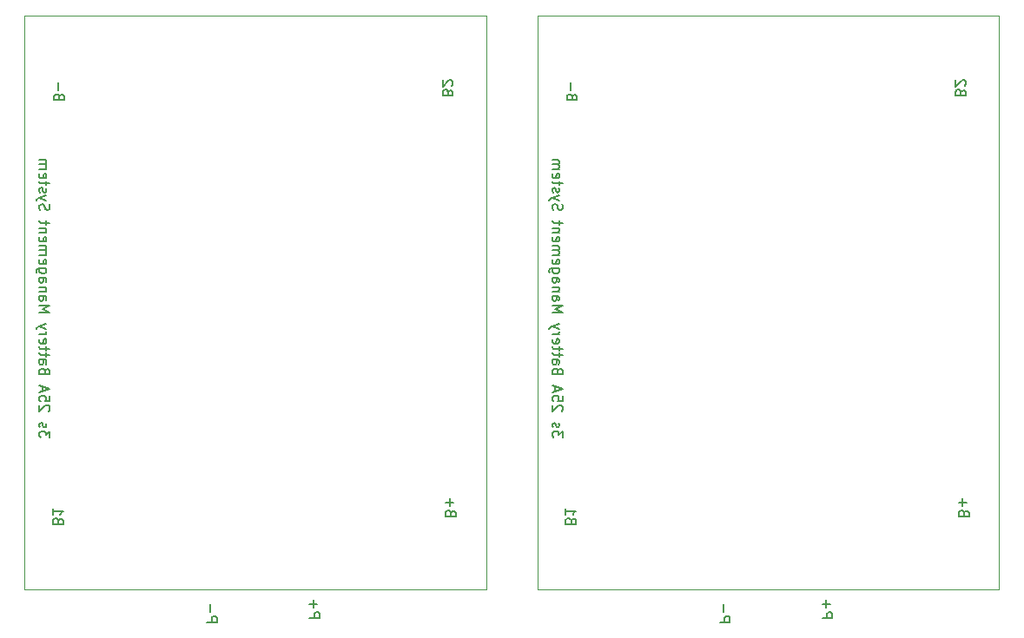
<source format=gbr>
%TF.GenerationSoftware,KiCad,Pcbnew,(6.0.7)*%
%TF.CreationDate,2022-10-27T22:38:12-07:00*%
%TF.ProjectId,3s25ABMS,33733235-4142-44d5-932e-6b696361645f,1.0*%
%TF.SameCoordinates,Original*%
%TF.FileFunction,Legend,Bot*%
%TF.FilePolarity,Positive*%
%FSLAX46Y46*%
G04 Gerber Fmt 4.6, Leading zero omitted, Abs format (unit mm)*
G04 Created by KiCad (PCBNEW (6.0.7)) date 2022-10-27 22:38:12*
%MOMM*%
%LPD*%
G01*
G04 APERTURE LIST*
%ADD10C,0.150000*%
%ADD11C,0.050000*%
G04 APERTURE END LIST*
D10*
%TO.C,U2*%
X130247619Y-122280952D02*
X131247619Y-122280952D01*
X131247619Y-121900000D01*
X131200000Y-121804761D01*
X131152380Y-121757142D01*
X131057142Y-121709523D01*
X130914285Y-121709523D01*
X130819047Y-121757142D01*
X130771428Y-121804761D01*
X130723809Y-121900000D01*
X130723809Y-122280952D01*
X130628571Y-121280952D02*
X130628571Y-120519047D01*
X130247619Y-120900000D02*
X131009523Y-120900000D01*
X104947619Y-104671428D02*
X104947619Y-104052380D01*
X104566666Y-104385714D01*
X104566666Y-104242857D01*
X104519047Y-104147619D01*
X104471428Y-104100000D01*
X104376190Y-104052380D01*
X104138095Y-104052380D01*
X104042857Y-104100000D01*
X103995238Y-104147619D01*
X103947619Y-104242857D01*
X103947619Y-104528571D01*
X103995238Y-104623809D01*
X104042857Y-104671428D01*
X103995238Y-103671428D02*
X103947619Y-103576190D01*
X103947619Y-103385714D01*
X103995238Y-103290476D01*
X104090476Y-103242857D01*
X104138095Y-103242857D01*
X104233333Y-103290476D01*
X104280952Y-103385714D01*
X104280952Y-103528571D01*
X104328571Y-103623809D01*
X104423809Y-103671428D01*
X104471428Y-103671428D01*
X104566666Y-103623809D01*
X104614285Y-103528571D01*
X104614285Y-103385714D01*
X104566666Y-103290476D01*
X104852380Y-102100000D02*
X104900000Y-102052380D01*
X104947619Y-101957142D01*
X104947619Y-101719047D01*
X104900000Y-101623809D01*
X104852380Y-101576190D01*
X104757142Y-101528571D01*
X104661904Y-101528571D01*
X104519047Y-101576190D01*
X103947619Y-102147619D01*
X103947619Y-101528571D01*
X104947619Y-100623809D02*
X104947619Y-101100000D01*
X104471428Y-101147619D01*
X104519047Y-101100000D01*
X104566666Y-101004761D01*
X104566666Y-100766666D01*
X104519047Y-100671428D01*
X104471428Y-100623809D01*
X104376190Y-100576190D01*
X104138095Y-100576190D01*
X104042857Y-100623809D01*
X103995238Y-100671428D01*
X103947619Y-100766666D01*
X103947619Y-101004761D01*
X103995238Y-101100000D01*
X104042857Y-101147619D01*
X104233333Y-100195238D02*
X104233333Y-99719047D01*
X103947619Y-100290476D02*
X104947619Y-99957142D01*
X103947619Y-99623809D01*
X104471428Y-98195238D02*
X104423809Y-98052380D01*
X104376190Y-98004761D01*
X104280952Y-97957142D01*
X104138095Y-97957142D01*
X104042857Y-98004761D01*
X103995238Y-98052380D01*
X103947619Y-98147619D01*
X103947619Y-98528571D01*
X104947619Y-98528571D01*
X104947619Y-98195238D01*
X104900000Y-98100000D01*
X104852380Y-98052380D01*
X104757142Y-98004761D01*
X104661904Y-98004761D01*
X104566666Y-98052380D01*
X104519047Y-98100000D01*
X104471428Y-98195238D01*
X104471428Y-98528571D01*
X103947619Y-97100000D02*
X104471428Y-97100000D01*
X104566666Y-97147619D01*
X104614285Y-97242857D01*
X104614285Y-97433333D01*
X104566666Y-97528571D01*
X103995238Y-97100000D02*
X103947619Y-97195238D01*
X103947619Y-97433333D01*
X103995238Y-97528571D01*
X104090476Y-97576190D01*
X104185714Y-97576190D01*
X104280952Y-97528571D01*
X104328571Y-97433333D01*
X104328571Y-97195238D01*
X104376190Y-97100000D01*
X104614285Y-96766666D02*
X104614285Y-96385714D01*
X104947619Y-96623809D02*
X104090476Y-96623809D01*
X103995238Y-96576190D01*
X103947619Y-96480952D01*
X103947619Y-96385714D01*
X104614285Y-96195238D02*
X104614285Y-95814285D01*
X104947619Y-96052380D02*
X104090476Y-96052380D01*
X103995238Y-96004761D01*
X103947619Y-95909523D01*
X103947619Y-95814285D01*
X103995238Y-95100000D02*
X103947619Y-95195238D01*
X103947619Y-95385714D01*
X103995238Y-95480952D01*
X104090476Y-95528571D01*
X104471428Y-95528571D01*
X104566666Y-95480952D01*
X104614285Y-95385714D01*
X104614285Y-95195238D01*
X104566666Y-95100000D01*
X104471428Y-95052380D01*
X104376190Y-95052380D01*
X104280952Y-95528571D01*
X103947619Y-94623809D02*
X104614285Y-94623809D01*
X104423809Y-94623809D02*
X104519047Y-94576190D01*
X104566666Y-94528571D01*
X104614285Y-94433333D01*
X104614285Y-94338095D01*
X104614285Y-94100000D02*
X103947619Y-93861904D01*
X104614285Y-93623809D02*
X103947619Y-93861904D01*
X103709523Y-93957142D01*
X103661904Y-94004761D01*
X103614285Y-94100000D01*
X103947619Y-92480952D02*
X104947619Y-92480952D01*
X104233333Y-92147619D01*
X104947619Y-91814285D01*
X103947619Y-91814285D01*
X103947619Y-90909523D02*
X104471428Y-90909523D01*
X104566666Y-90957142D01*
X104614285Y-91052380D01*
X104614285Y-91242857D01*
X104566666Y-91338095D01*
X103995238Y-90909523D02*
X103947619Y-91004761D01*
X103947619Y-91242857D01*
X103995238Y-91338095D01*
X104090476Y-91385714D01*
X104185714Y-91385714D01*
X104280952Y-91338095D01*
X104328571Y-91242857D01*
X104328571Y-91004761D01*
X104376190Y-90909523D01*
X104614285Y-90433333D02*
X103947619Y-90433333D01*
X104519047Y-90433333D02*
X104566666Y-90385714D01*
X104614285Y-90290476D01*
X104614285Y-90147619D01*
X104566666Y-90052380D01*
X104471428Y-90004761D01*
X103947619Y-90004761D01*
X103947619Y-89100000D02*
X104471428Y-89100000D01*
X104566666Y-89147619D01*
X104614285Y-89242857D01*
X104614285Y-89433333D01*
X104566666Y-89528571D01*
X103995238Y-89100000D02*
X103947619Y-89195238D01*
X103947619Y-89433333D01*
X103995238Y-89528571D01*
X104090476Y-89576190D01*
X104185714Y-89576190D01*
X104280952Y-89528571D01*
X104328571Y-89433333D01*
X104328571Y-89195238D01*
X104376190Y-89100000D01*
X104614285Y-88195238D02*
X103804761Y-88195238D01*
X103709523Y-88242857D01*
X103661904Y-88290476D01*
X103614285Y-88385714D01*
X103614285Y-88528571D01*
X103661904Y-88623809D01*
X103995238Y-88195238D02*
X103947619Y-88290476D01*
X103947619Y-88480952D01*
X103995238Y-88576190D01*
X104042857Y-88623809D01*
X104138095Y-88671428D01*
X104423809Y-88671428D01*
X104519047Y-88623809D01*
X104566666Y-88576190D01*
X104614285Y-88480952D01*
X104614285Y-88290476D01*
X104566666Y-88195238D01*
X103995238Y-87338095D02*
X103947619Y-87433333D01*
X103947619Y-87623809D01*
X103995238Y-87719047D01*
X104090476Y-87766666D01*
X104471428Y-87766666D01*
X104566666Y-87719047D01*
X104614285Y-87623809D01*
X104614285Y-87433333D01*
X104566666Y-87338095D01*
X104471428Y-87290476D01*
X104376190Y-87290476D01*
X104280952Y-87766666D01*
X103947619Y-86861904D02*
X104614285Y-86861904D01*
X104519047Y-86861904D02*
X104566666Y-86814285D01*
X104614285Y-86719047D01*
X104614285Y-86576190D01*
X104566666Y-86480952D01*
X104471428Y-86433333D01*
X103947619Y-86433333D01*
X104471428Y-86433333D02*
X104566666Y-86385714D01*
X104614285Y-86290476D01*
X104614285Y-86147619D01*
X104566666Y-86052380D01*
X104471428Y-86004761D01*
X103947619Y-86004761D01*
X103995238Y-85147619D02*
X103947619Y-85242857D01*
X103947619Y-85433333D01*
X103995238Y-85528571D01*
X104090476Y-85576190D01*
X104471428Y-85576190D01*
X104566666Y-85528571D01*
X104614285Y-85433333D01*
X104614285Y-85242857D01*
X104566666Y-85147619D01*
X104471428Y-85100000D01*
X104376190Y-85100000D01*
X104280952Y-85576190D01*
X104614285Y-84671428D02*
X103947619Y-84671428D01*
X104519047Y-84671428D02*
X104566666Y-84623809D01*
X104614285Y-84528571D01*
X104614285Y-84385714D01*
X104566666Y-84290476D01*
X104471428Y-84242857D01*
X103947619Y-84242857D01*
X104614285Y-83909523D02*
X104614285Y-83528571D01*
X104947619Y-83766666D02*
X104090476Y-83766666D01*
X103995238Y-83719047D01*
X103947619Y-83623809D01*
X103947619Y-83528571D01*
X103995238Y-82480952D02*
X103947619Y-82338095D01*
X103947619Y-82100000D01*
X103995238Y-82004761D01*
X104042857Y-81957142D01*
X104138095Y-81909523D01*
X104233333Y-81909523D01*
X104328571Y-81957142D01*
X104376190Y-82004761D01*
X104423809Y-82100000D01*
X104471428Y-82290476D01*
X104519047Y-82385714D01*
X104566666Y-82433333D01*
X104661904Y-82480952D01*
X104757142Y-82480952D01*
X104852380Y-82433333D01*
X104900000Y-82385714D01*
X104947619Y-82290476D01*
X104947619Y-82052380D01*
X104900000Y-81909523D01*
X104614285Y-81576190D02*
X103947619Y-81338095D01*
X104614285Y-81100000D02*
X103947619Y-81338095D01*
X103709523Y-81433333D01*
X103661904Y-81480952D01*
X103614285Y-81576190D01*
X103995238Y-80766666D02*
X103947619Y-80671428D01*
X103947619Y-80480952D01*
X103995238Y-80385714D01*
X104090476Y-80338095D01*
X104138095Y-80338095D01*
X104233333Y-80385714D01*
X104280952Y-80480952D01*
X104280952Y-80623809D01*
X104328571Y-80719047D01*
X104423809Y-80766666D01*
X104471428Y-80766666D01*
X104566666Y-80719047D01*
X104614285Y-80623809D01*
X104614285Y-80480952D01*
X104566666Y-80385714D01*
X104614285Y-80052380D02*
X104614285Y-79671428D01*
X104947619Y-79909523D02*
X104090476Y-79909523D01*
X103995238Y-79861904D01*
X103947619Y-79766666D01*
X103947619Y-79671428D01*
X103995238Y-78957142D02*
X103947619Y-79052380D01*
X103947619Y-79242857D01*
X103995238Y-79338095D01*
X104090476Y-79385714D01*
X104471428Y-79385714D01*
X104566666Y-79338095D01*
X104614285Y-79242857D01*
X104614285Y-79052380D01*
X104566666Y-78957142D01*
X104471428Y-78909523D01*
X104376190Y-78909523D01*
X104280952Y-79385714D01*
X103947619Y-78480952D02*
X104614285Y-78480952D01*
X104519047Y-78480952D02*
X104566666Y-78433333D01*
X104614285Y-78338095D01*
X104614285Y-78195238D01*
X104566666Y-78100000D01*
X104471428Y-78052380D01*
X103947619Y-78052380D01*
X104471428Y-78052380D02*
X104566666Y-78004761D01*
X104614285Y-77909523D01*
X104614285Y-77766666D01*
X104566666Y-77671428D01*
X104471428Y-77623809D01*
X103947619Y-77623809D01*
X144071428Y-112047619D02*
X144023809Y-111904761D01*
X143976190Y-111857142D01*
X143880952Y-111809523D01*
X143738095Y-111809523D01*
X143642857Y-111857142D01*
X143595238Y-111904761D01*
X143547619Y-112000000D01*
X143547619Y-112380952D01*
X144547619Y-112380952D01*
X144547619Y-112047619D01*
X144500000Y-111952380D01*
X144452380Y-111904761D01*
X144357142Y-111857142D01*
X144261904Y-111857142D01*
X144166666Y-111904761D01*
X144119047Y-111952380D01*
X144071428Y-112047619D01*
X144071428Y-112380952D01*
X143928571Y-111380952D02*
X143928571Y-110619047D01*
X143547619Y-111000000D02*
X144309523Y-111000000D01*
X143771428Y-71004761D02*
X143723809Y-70861904D01*
X143676190Y-70814285D01*
X143580952Y-70766666D01*
X143438095Y-70766666D01*
X143342857Y-70814285D01*
X143295238Y-70861904D01*
X143247619Y-70957142D01*
X143247619Y-71338095D01*
X144247619Y-71338095D01*
X144247619Y-71004761D01*
X144200000Y-70909523D01*
X144152380Y-70861904D01*
X144057142Y-70814285D01*
X143961904Y-70814285D01*
X143866666Y-70861904D01*
X143819047Y-70909523D01*
X143771428Y-71004761D01*
X143771428Y-71338095D01*
X144152380Y-70385714D02*
X144200000Y-70338095D01*
X144247619Y-70242857D01*
X144247619Y-70004761D01*
X144200000Y-69909523D01*
X144152380Y-69861904D01*
X144057142Y-69814285D01*
X143961904Y-69814285D01*
X143819047Y-69861904D01*
X143247619Y-70433333D01*
X143247619Y-69814285D01*
X105771428Y-112804761D02*
X105723809Y-112661904D01*
X105676190Y-112614285D01*
X105580952Y-112566666D01*
X105438095Y-112566666D01*
X105342857Y-112614285D01*
X105295238Y-112661904D01*
X105247619Y-112757142D01*
X105247619Y-113138095D01*
X106247619Y-113138095D01*
X106247619Y-112804761D01*
X106200000Y-112709523D01*
X106152380Y-112661904D01*
X106057142Y-112614285D01*
X105961904Y-112614285D01*
X105866666Y-112661904D01*
X105819047Y-112709523D01*
X105771428Y-112804761D01*
X105771428Y-113138095D01*
X105247619Y-111614285D02*
X105247619Y-112185714D01*
X105247619Y-111900000D02*
X106247619Y-111900000D01*
X106104761Y-111995238D01*
X106009523Y-112090476D01*
X105961904Y-112185714D01*
X105871428Y-71447619D02*
X105823809Y-71304761D01*
X105776190Y-71257142D01*
X105680952Y-71209523D01*
X105538095Y-71209523D01*
X105442857Y-71257142D01*
X105395238Y-71304761D01*
X105347619Y-71400000D01*
X105347619Y-71780952D01*
X106347619Y-71780952D01*
X106347619Y-71447619D01*
X106300000Y-71352380D01*
X106252380Y-71304761D01*
X106157142Y-71257142D01*
X106061904Y-71257142D01*
X105966666Y-71304761D01*
X105919047Y-71352380D01*
X105871428Y-71447619D01*
X105871428Y-71780952D01*
X105728571Y-70780952D02*
X105728571Y-70019047D01*
X120247619Y-122680952D02*
X121247619Y-122680952D01*
X121247619Y-122300000D01*
X121200000Y-122204761D01*
X121152380Y-122157142D01*
X121057142Y-122109523D01*
X120914285Y-122109523D01*
X120819047Y-122157142D01*
X120771428Y-122204761D01*
X120723809Y-122300000D01*
X120723809Y-122680952D01*
X120628571Y-121680952D02*
X120628571Y-120919047D01*
%TO.C,U1*%
X54947619Y-104671428D02*
X54947619Y-104052380D01*
X54566666Y-104385714D01*
X54566666Y-104242857D01*
X54519047Y-104147619D01*
X54471428Y-104100000D01*
X54376190Y-104052380D01*
X54138095Y-104052380D01*
X54042857Y-104100000D01*
X53995238Y-104147619D01*
X53947619Y-104242857D01*
X53947619Y-104528571D01*
X53995238Y-104623809D01*
X54042857Y-104671428D01*
X53995238Y-103671428D02*
X53947619Y-103576190D01*
X53947619Y-103385714D01*
X53995238Y-103290476D01*
X54090476Y-103242857D01*
X54138095Y-103242857D01*
X54233333Y-103290476D01*
X54280952Y-103385714D01*
X54280952Y-103528571D01*
X54328571Y-103623809D01*
X54423809Y-103671428D01*
X54471428Y-103671428D01*
X54566666Y-103623809D01*
X54614285Y-103528571D01*
X54614285Y-103385714D01*
X54566666Y-103290476D01*
X54852380Y-102100000D02*
X54900000Y-102052380D01*
X54947619Y-101957142D01*
X54947619Y-101719047D01*
X54900000Y-101623809D01*
X54852380Y-101576190D01*
X54757142Y-101528571D01*
X54661904Y-101528571D01*
X54519047Y-101576190D01*
X53947619Y-102147619D01*
X53947619Y-101528571D01*
X54947619Y-100623809D02*
X54947619Y-101100000D01*
X54471428Y-101147619D01*
X54519047Y-101100000D01*
X54566666Y-101004761D01*
X54566666Y-100766666D01*
X54519047Y-100671428D01*
X54471428Y-100623809D01*
X54376190Y-100576190D01*
X54138095Y-100576190D01*
X54042857Y-100623809D01*
X53995238Y-100671428D01*
X53947619Y-100766666D01*
X53947619Y-101004761D01*
X53995238Y-101100000D01*
X54042857Y-101147619D01*
X54233333Y-100195238D02*
X54233333Y-99719047D01*
X53947619Y-100290476D02*
X54947619Y-99957142D01*
X53947619Y-99623809D01*
X54471428Y-98195238D02*
X54423809Y-98052380D01*
X54376190Y-98004761D01*
X54280952Y-97957142D01*
X54138095Y-97957142D01*
X54042857Y-98004761D01*
X53995238Y-98052380D01*
X53947619Y-98147619D01*
X53947619Y-98528571D01*
X54947619Y-98528571D01*
X54947619Y-98195238D01*
X54900000Y-98100000D01*
X54852380Y-98052380D01*
X54757142Y-98004761D01*
X54661904Y-98004761D01*
X54566666Y-98052380D01*
X54519047Y-98100000D01*
X54471428Y-98195238D01*
X54471428Y-98528571D01*
X53947619Y-97100000D02*
X54471428Y-97100000D01*
X54566666Y-97147619D01*
X54614285Y-97242857D01*
X54614285Y-97433333D01*
X54566666Y-97528571D01*
X53995238Y-97100000D02*
X53947619Y-97195238D01*
X53947619Y-97433333D01*
X53995238Y-97528571D01*
X54090476Y-97576190D01*
X54185714Y-97576190D01*
X54280952Y-97528571D01*
X54328571Y-97433333D01*
X54328571Y-97195238D01*
X54376190Y-97100000D01*
X54614285Y-96766666D02*
X54614285Y-96385714D01*
X54947619Y-96623809D02*
X54090476Y-96623809D01*
X53995238Y-96576190D01*
X53947619Y-96480952D01*
X53947619Y-96385714D01*
X54614285Y-96195238D02*
X54614285Y-95814285D01*
X54947619Y-96052380D02*
X54090476Y-96052380D01*
X53995238Y-96004761D01*
X53947619Y-95909523D01*
X53947619Y-95814285D01*
X53995238Y-95100000D02*
X53947619Y-95195238D01*
X53947619Y-95385714D01*
X53995238Y-95480952D01*
X54090476Y-95528571D01*
X54471428Y-95528571D01*
X54566666Y-95480952D01*
X54614285Y-95385714D01*
X54614285Y-95195238D01*
X54566666Y-95100000D01*
X54471428Y-95052380D01*
X54376190Y-95052380D01*
X54280952Y-95528571D01*
X53947619Y-94623809D02*
X54614285Y-94623809D01*
X54423809Y-94623809D02*
X54519047Y-94576190D01*
X54566666Y-94528571D01*
X54614285Y-94433333D01*
X54614285Y-94338095D01*
X54614285Y-94100000D02*
X53947619Y-93861904D01*
X54614285Y-93623809D02*
X53947619Y-93861904D01*
X53709523Y-93957142D01*
X53661904Y-94004761D01*
X53614285Y-94100000D01*
X53947619Y-92480952D02*
X54947619Y-92480952D01*
X54233333Y-92147619D01*
X54947619Y-91814285D01*
X53947619Y-91814285D01*
X53947619Y-90909523D02*
X54471428Y-90909523D01*
X54566666Y-90957142D01*
X54614285Y-91052380D01*
X54614285Y-91242857D01*
X54566666Y-91338095D01*
X53995238Y-90909523D02*
X53947619Y-91004761D01*
X53947619Y-91242857D01*
X53995238Y-91338095D01*
X54090476Y-91385714D01*
X54185714Y-91385714D01*
X54280952Y-91338095D01*
X54328571Y-91242857D01*
X54328571Y-91004761D01*
X54376190Y-90909523D01*
X54614285Y-90433333D02*
X53947619Y-90433333D01*
X54519047Y-90433333D02*
X54566666Y-90385714D01*
X54614285Y-90290476D01*
X54614285Y-90147619D01*
X54566666Y-90052380D01*
X54471428Y-90004761D01*
X53947619Y-90004761D01*
X53947619Y-89100000D02*
X54471428Y-89100000D01*
X54566666Y-89147619D01*
X54614285Y-89242857D01*
X54614285Y-89433333D01*
X54566666Y-89528571D01*
X53995238Y-89100000D02*
X53947619Y-89195238D01*
X53947619Y-89433333D01*
X53995238Y-89528571D01*
X54090476Y-89576190D01*
X54185714Y-89576190D01*
X54280952Y-89528571D01*
X54328571Y-89433333D01*
X54328571Y-89195238D01*
X54376190Y-89100000D01*
X54614285Y-88195238D02*
X53804761Y-88195238D01*
X53709523Y-88242857D01*
X53661904Y-88290476D01*
X53614285Y-88385714D01*
X53614285Y-88528571D01*
X53661904Y-88623809D01*
X53995238Y-88195238D02*
X53947619Y-88290476D01*
X53947619Y-88480952D01*
X53995238Y-88576190D01*
X54042857Y-88623809D01*
X54138095Y-88671428D01*
X54423809Y-88671428D01*
X54519047Y-88623809D01*
X54566666Y-88576190D01*
X54614285Y-88480952D01*
X54614285Y-88290476D01*
X54566666Y-88195238D01*
X53995238Y-87338095D02*
X53947619Y-87433333D01*
X53947619Y-87623809D01*
X53995238Y-87719047D01*
X54090476Y-87766666D01*
X54471428Y-87766666D01*
X54566666Y-87719047D01*
X54614285Y-87623809D01*
X54614285Y-87433333D01*
X54566666Y-87338095D01*
X54471428Y-87290476D01*
X54376190Y-87290476D01*
X54280952Y-87766666D01*
X53947619Y-86861904D02*
X54614285Y-86861904D01*
X54519047Y-86861904D02*
X54566666Y-86814285D01*
X54614285Y-86719047D01*
X54614285Y-86576190D01*
X54566666Y-86480952D01*
X54471428Y-86433333D01*
X53947619Y-86433333D01*
X54471428Y-86433333D02*
X54566666Y-86385714D01*
X54614285Y-86290476D01*
X54614285Y-86147619D01*
X54566666Y-86052380D01*
X54471428Y-86004761D01*
X53947619Y-86004761D01*
X53995238Y-85147619D02*
X53947619Y-85242857D01*
X53947619Y-85433333D01*
X53995238Y-85528571D01*
X54090476Y-85576190D01*
X54471428Y-85576190D01*
X54566666Y-85528571D01*
X54614285Y-85433333D01*
X54614285Y-85242857D01*
X54566666Y-85147619D01*
X54471428Y-85100000D01*
X54376190Y-85100000D01*
X54280952Y-85576190D01*
X54614285Y-84671428D02*
X53947619Y-84671428D01*
X54519047Y-84671428D02*
X54566666Y-84623809D01*
X54614285Y-84528571D01*
X54614285Y-84385714D01*
X54566666Y-84290476D01*
X54471428Y-84242857D01*
X53947619Y-84242857D01*
X54614285Y-83909523D02*
X54614285Y-83528571D01*
X54947619Y-83766666D02*
X54090476Y-83766666D01*
X53995238Y-83719047D01*
X53947619Y-83623809D01*
X53947619Y-83528571D01*
X53995238Y-82480952D02*
X53947619Y-82338095D01*
X53947619Y-82100000D01*
X53995238Y-82004761D01*
X54042857Y-81957142D01*
X54138095Y-81909523D01*
X54233333Y-81909523D01*
X54328571Y-81957142D01*
X54376190Y-82004761D01*
X54423809Y-82100000D01*
X54471428Y-82290476D01*
X54519047Y-82385714D01*
X54566666Y-82433333D01*
X54661904Y-82480952D01*
X54757142Y-82480952D01*
X54852380Y-82433333D01*
X54900000Y-82385714D01*
X54947619Y-82290476D01*
X54947619Y-82052380D01*
X54900000Y-81909523D01*
X54614285Y-81576190D02*
X53947619Y-81338095D01*
X54614285Y-81100000D02*
X53947619Y-81338095D01*
X53709523Y-81433333D01*
X53661904Y-81480952D01*
X53614285Y-81576190D01*
X53995238Y-80766666D02*
X53947619Y-80671428D01*
X53947619Y-80480952D01*
X53995238Y-80385714D01*
X54090476Y-80338095D01*
X54138095Y-80338095D01*
X54233333Y-80385714D01*
X54280952Y-80480952D01*
X54280952Y-80623809D01*
X54328571Y-80719047D01*
X54423809Y-80766666D01*
X54471428Y-80766666D01*
X54566666Y-80719047D01*
X54614285Y-80623809D01*
X54614285Y-80480952D01*
X54566666Y-80385714D01*
X54614285Y-80052380D02*
X54614285Y-79671428D01*
X54947619Y-79909523D02*
X54090476Y-79909523D01*
X53995238Y-79861904D01*
X53947619Y-79766666D01*
X53947619Y-79671428D01*
X53995238Y-78957142D02*
X53947619Y-79052380D01*
X53947619Y-79242857D01*
X53995238Y-79338095D01*
X54090476Y-79385714D01*
X54471428Y-79385714D01*
X54566666Y-79338095D01*
X54614285Y-79242857D01*
X54614285Y-79052380D01*
X54566666Y-78957142D01*
X54471428Y-78909523D01*
X54376190Y-78909523D01*
X54280952Y-79385714D01*
X53947619Y-78480952D02*
X54614285Y-78480952D01*
X54519047Y-78480952D02*
X54566666Y-78433333D01*
X54614285Y-78338095D01*
X54614285Y-78195238D01*
X54566666Y-78100000D01*
X54471428Y-78052380D01*
X53947619Y-78052380D01*
X54471428Y-78052380D02*
X54566666Y-78004761D01*
X54614285Y-77909523D01*
X54614285Y-77766666D01*
X54566666Y-77671428D01*
X54471428Y-77623809D01*
X53947619Y-77623809D01*
X94071428Y-112047619D02*
X94023809Y-111904761D01*
X93976190Y-111857142D01*
X93880952Y-111809523D01*
X93738095Y-111809523D01*
X93642857Y-111857142D01*
X93595238Y-111904761D01*
X93547619Y-112000000D01*
X93547619Y-112380952D01*
X94547619Y-112380952D01*
X94547619Y-112047619D01*
X94500000Y-111952380D01*
X94452380Y-111904761D01*
X94357142Y-111857142D01*
X94261904Y-111857142D01*
X94166666Y-111904761D01*
X94119047Y-111952380D01*
X94071428Y-112047619D01*
X94071428Y-112380952D01*
X93928571Y-111380952D02*
X93928571Y-110619047D01*
X93547619Y-111000000D02*
X94309523Y-111000000D01*
X55871428Y-71447619D02*
X55823809Y-71304761D01*
X55776190Y-71257142D01*
X55680952Y-71209523D01*
X55538095Y-71209523D01*
X55442857Y-71257142D01*
X55395238Y-71304761D01*
X55347619Y-71400000D01*
X55347619Y-71780952D01*
X56347619Y-71780952D01*
X56347619Y-71447619D01*
X56300000Y-71352380D01*
X56252380Y-71304761D01*
X56157142Y-71257142D01*
X56061904Y-71257142D01*
X55966666Y-71304761D01*
X55919047Y-71352380D01*
X55871428Y-71447619D01*
X55871428Y-71780952D01*
X55728571Y-70780952D02*
X55728571Y-70019047D01*
X80247619Y-122280952D02*
X81247619Y-122280952D01*
X81247619Y-121900000D01*
X81200000Y-121804761D01*
X81152380Y-121757142D01*
X81057142Y-121709523D01*
X80914285Y-121709523D01*
X80819047Y-121757142D01*
X80771428Y-121804761D01*
X80723809Y-121900000D01*
X80723809Y-122280952D01*
X80628571Y-121280952D02*
X80628571Y-120519047D01*
X80247619Y-120900000D02*
X81009523Y-120900000D01*
X70247619Y-122680952D02*
X71247619Y-122680952D01*
X71247619Y-122300000D01*
X71200000Y-122204761D01*
X71152380Y-122157142D01*
X71057142Y-122109523D01*
X70914285Y-122109523D01*
X70819047Y-122157142D01*
X70771428Y-122204761D01*
X70723809Y-122300000D01*
X70723809Y-122680952D01*
X70628571Y-121680952D02*
X70628571Y-120919047D01*
X93771428Y-71004761D02*
X93723809Y-70861904D01*
X93676190Y-70814285D01*
X93580952Y-70766666D01*
X93438095Y-70766666D01*
X93342857Y-70814285D01*
X93295238Y-70861904D01*
X93247619Y-70957142D01*
X93247619Y-71338095D01*
X94247619Y-71338095D01*
X94247619Y-71004761D01*
X94200000Y-70909523D01*
X94152380Y-70861904D01*
X94057142Y-70814285D01*
X93961904Y-70814285D01*
X93866666Y-70861904D01*
X93819047Y-70909523D01*
X93771428Y-71004761D01*
X93771428Y-71338095D01*
X94152380Y-70385714D02*
X94200000Y-70338095D01*
X94247619Y-70242857D01*
X94247619Y-70004761D01*
X94200000Y-69909523D01*
X94152380Y-69861904D01*
X94057142Y-69814285D01*
X93961904Y-69814285D01*
X93819047Y-69861904D01*
X93247619Y-70433333D01*
X93247619Y-69814285D01*
X55771428Y-112804761D02*
X55723809Y-112661904D01*
X55676190Y-112614285D01*
X55580952Y-112566666D01*
X55438095Y-112566666D01*
X55342857Y-112614285D01*
X55295238Y-112661904D01*
X55247619Y-112757142D01*
X55247619Y-113138095D01*
X56247619Y-113138095D01*
X56247619Y-112804761D01*
X56200000Y-112709523D01*
X56152380Y-112661904D01*
X56057142Y-112614285D01*
X55961904Y-112614285D01*
X55866666Y-112661904D01*
X55819047Y-112709523D01*
X55771428Y-112804761D01*
X55771428Y-113138095D01*
X55247619Y-111614285D02*
X55247619Y-112185714D01*
X55247619Y-111900000D02*
X56247619Y-111900000D01*
X56104761Y-111995238D01*
X56009523Y-112090476D01*
X55961904Y-112185714D01*
D11*
%TO.C,U2*%
X147500000Y-63500000D02*
X102500000Y-63500000D01*
X102500000Y-63500000D02*
X102500000Y-119500000D01*
X102500000Y-119500000D02*
X147500000Y-119500000D01*
X147500000Y-119500000D02*
X147500000Y-63500000D01*
%TO.C,U1*%
X97500000Y-63500000D02*
X52500000Y-63500000D01*
X52500000Y-63500000D02*
X52500000Y-119500000D01*
X52500000Y-119500000D02*
X97500000Y-119500000D01*
X97500000Y-119500000D02*
X97500000Y-63500000D01*
%TD*%
M02*

</source>
